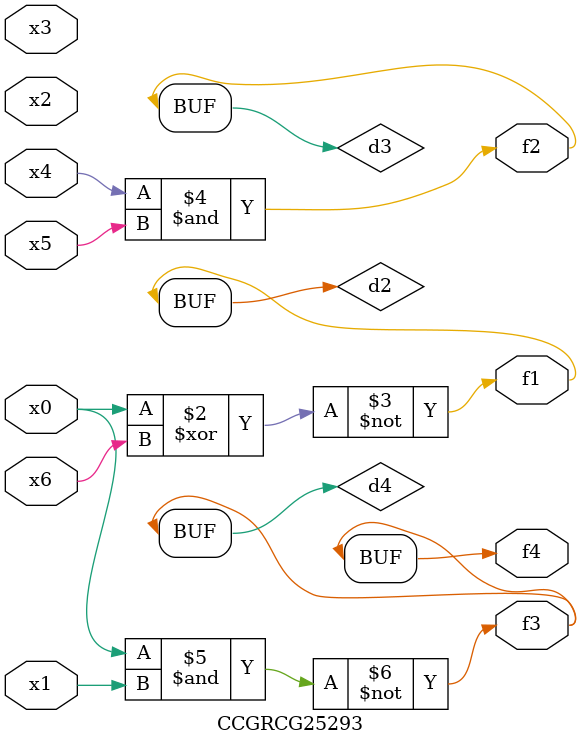
<source format=v>
module CCGRCG25293(
	input x0, x1, x2, x3, x4, x5, x6,
	output f1, f2, f3, f4
);

	wire d1, d2, d3, d4;

	nor (d1, x0);
	xnor (d2, x0, x6);
	and (d3, x4, x5);
	nand (d4, x0, x1);
	assign f1 = d2;
	assign f2 = d3;
	assign f3 = d4;
	assign f4 = d4;
endmodule

</source>
